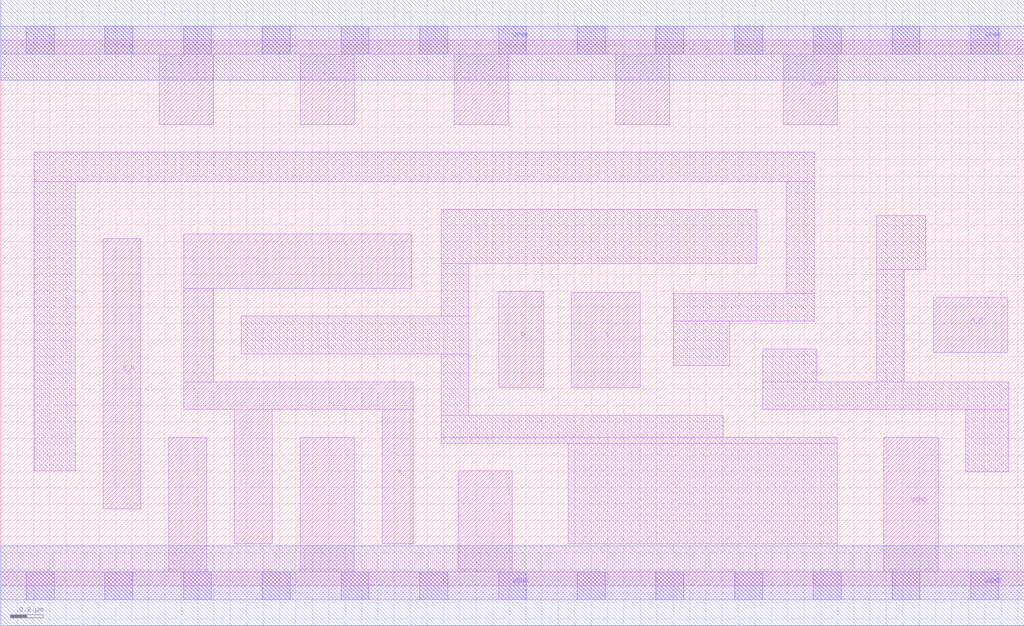
<source format=lef>
# Copyright 2020 The SkyWater PDK Authors
#
# Licensed under the Apache License, Version 2.0 (the "License");
# you may not use this file except in compliance with the License.
# You may obtain a copy of the License at
#
#     https://www.apache.org/licenses/LICENSE-2.0
#
# Unless required by applicable law or agreed to in writing, software
# distributed under the License is distributed on an "AS IS" BASIS,
# WITHOUT WARRANTIES OR CONDITIONS OF ANY KIND, either express or implied.
# See the License for the specific language governing permissions and
# limitations under the License.
#
# SPDX-License-Identifier: Apache-2.0

VERSION 5.7 ;
  NAMESCASESENSITIVE ON ;
  NOWIREEXTENSIONATPIN ON ;
  DIVIDERCHAR "/" ;
  BUSBITCHARS "[]" ;
UNITS
  DATABASE MICRONS 200 ;
END UNITS
MACRO sky130_fd_sc_lp__and4bb_4
  CLASS CORE ;
  SOURCE USER ;
  FOREIGN sky130_fd_sc_lp__and4bb_4 ;
  ORIGIN  0.000000  0.000000 ;
  SIZE  6.240000 BY  3.330000 ;
  SYMMETRY X Y R90 ;
  SITE unit ;
  PIN A_N
    ANTENNAGATEAREA  0.126000 ;
    DIRECTION INPUT ;
    USE SIGNAL ;
    PORT
      LAYER li1 ;
        RECT 5.690000 1.425000 6.140000 1.760000 ;
    END
  END A_N
  PIN B_N
    ANTENNAGATEAREA  0.126000 ;
    DIRECTION INPUT ;
    USE SIGNAL ;
    PORT
      LAYER li1 ;
        RECT 0.625000 0.470000 0.855000 2.120000 ;
    END
  END B_N
  PIN C
    ANTENNAGATEAREA  0.315000 ;
    DIRECTION INPUT ;
    USE SIGNAL ;
    PORT
      LAYER li1 ;
        RECT 3.480000 1.210000 3.900000 1.790000 ;
    END
  END C
  PIN D
    ANTENNAGATEAREA  0.315000 ;
    DIRECTION INPUT ;
    USE SIGNAL ;
    PORT
      LAYER li1 ;
        RECT 3.035000 1.210000 3.310000 1.795000 ;
    END
  END D
  PIN X
    ANTENNADIFFAREA  1.176000 ;
    DIRECTION OUTPUT ;
    USE SIGNAL ;
    PORT
      LAYER li1 ;
        RECT 1.115000 1.075000 2.515000 1.245000 ;
        RECT 1.115000 1.245000 1.295000 1.815000 ;
        RECT 1.115000 1.815000 2.505000 2.145000 ;
        RECT 1.425000 0.255000 1.655000 1.075000 ;
        RECT 2.325000 0.255000 2.515000 1.075000 ;
    END
  END X
  PIN VGND
    DIRECTION INOUT ;
    USE GROUND ;
    PORT
      LAYER li1 ;
        RECT 0.000000 -0.085000 6.240000 0.085000 ;
        RECT 1.025000  0.085000 1.255000 0.905000 ;
        RECT 1.825000  0.085000 2.155000 0.905000 ;
        RECT 2.790000  0.085000 3.120000 0.700000 ;
        RECT 5.385000  0.085000 5.715000 0.905000 ;
      LAYER mcon ;
        RECT 0.155000 -0.085000 0.325000 0.085000 ;
        RECT 0.635000 -0.085000 0.805000 0.085000 ;
        RECT 1.115000 -0.085000 1.285000 0.085000 ;
        RECT 1.595000 -0.085000 1.765000 0.085000 ;
        RECT 2.075000 -0.085000 2.245000 0.085000 ;
        RECT 2.555000 -0.085000 2.725000 0.085000 ;
        RECT 3.035000 -0.085000 3.205000 0.085000 ;
        RECT 3.515000 -0.085000 3.685000 0.085000 ;
        RECT 3.995000 -0.085000 4.165000 0.085000 ;
        RECT 4.475000 -0.085000 4.645000 0.085000 ;
        RECT 4.955000 -0.085000 5.125000 0.085000 ;
        RECT 5.435000 -0.085000 5.605000 0.085000 ;
        RECT 5.915000 -0.085000 6.085000 0.085000 ;
      LAYER met1 ;
        RECT 0.000000 -0.245000 6.240000 0.245000 ;
    END
  END VGND
  PIN VPWR
    DIRECTION INOUT ;
    USE POWER ;
    PORT
      LAYER li1 ;
        RECT 0.000000 3.245000 6.240000 3.415000 ;
        RECT 0.965000 2.815000 1.295000 3.245000 ;
        RECT 1.825000 2.815000 2.155000 3.245000 ;
        RECT 2.765000 2.815000 3.095000 3.245000 ;
        RECT 3.750000 2.815000 4.080000 3.245000 ;
        RECT 4.770000 2.815000 5.100000 3.245000 ;
      LAYER mcon ;
        RECT 0.155000 3.245000 0.325000 3.415000 ;
        RECT 0.635000 3.245000 0.805000 3.415000 ;
        RECT 1.115000 3.245000 1.285000 3.415000 ;
        RECT 1.595000 3.245000 1.765000 3.415000 ;
        RECT 2.075000 3.245000 2.245000 3.415000 ;
        RECT 2.555000 3.245000 2.725000 3.415000 ;
        RECT 3.035000 3.245000 3.205000 3.415000 ;
        RECT 3.515000 3.245000 3.685000 3.415000 ;
        RECT 3.995000 3.245000 4.165000 3.415000 ;
        RECT 4.475000 3.245000 4.645000 3.415000 ;
        RECT 4.955000 3.245000 5.125000 3.415000 ;
        RECT 5.435000 3.245000 5.605000 3.415000 ;
        RECT 5.915000 3.245000 6.085000 3.415000 ;
      LAYER met1 ;
        RECT 0.000000 3.085000 6.240000 3.575000 ;
    END
  END VPWR
  OBS
    LAYER li1 ;
      RECT 0.205000 0.700000 0.455000 2.465000 ;
      RECT 0.205000 2.465000 4.960000 2.645000 ;
      RECT 1.465000 1.415000 2.855000 1.645000 ;
      RECT 2.685000 0.870000 5.100000 0.905000 ;
      RECT 2.685000 0.905000 4.405000 1.040000 ;
      RECT 2.685000 1.040000 2.855000 1.415000 ;
      RECT 2.685000 1.645000 2.855000 1.965000 ;
      RECT 2.685000 1.965000 4.610000 2.295000 ;
      RECT 3.460000 0.255000 5.100000 0.870000 ;
      RECT 4.105000 1.345000 4.445000 1.615000 ;
      RECT 4.105000 1.615000 4.960000 1.785000 ;
      RECT 4.645000 1.075000 6.145000 1.245000 ;
      RECT 4.645000 1.245000 4.975000 1.445000 ;
      RECT 4.790000 1.785000 4.960000 2.465000 ;
      RECT 5.340000 1.245000 5.510000 1.930000 ;
      RECT 5.340000 1.930000 5.640000 2.260000 ;
      RECT 5.885000 0.695000 6.145000 1.075000 ;
  END
END sky130_fd_sc_lp__and4bb_4

</source>
